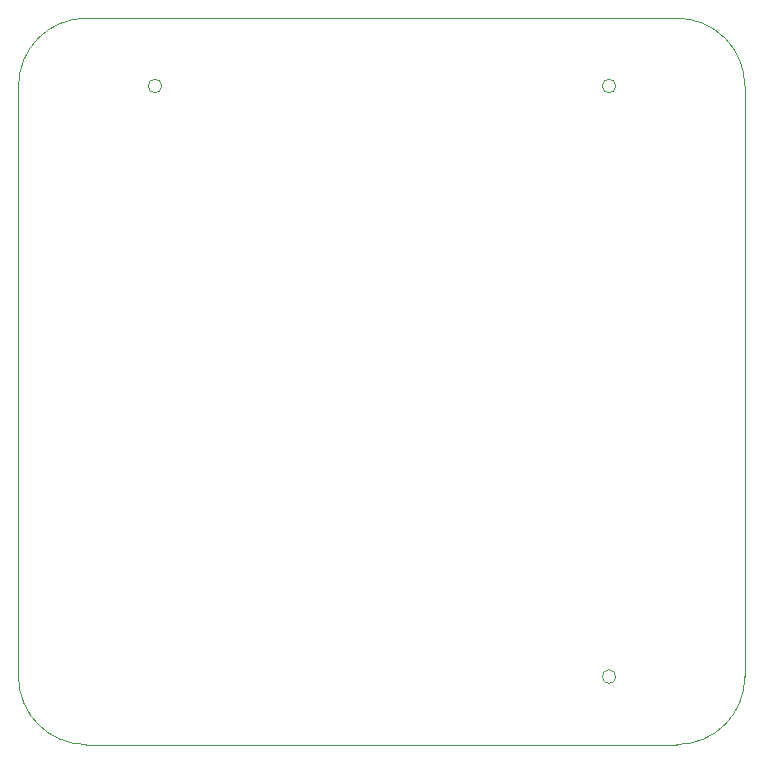
<source format=gbr>
%TF.GenerationSoftware,KiCad,Pcbnew,(5.1.8)-1*%
%TF.CreationDate,2020-12-14T19:22:24+01:00*%
%TF.ProjectId,STM32_Dev_Board,53544d33-325f-4446-9576-5f426f617264,rev?*%
%TF.SameCoordinates,Original*%
%TF.FileFunction,Profile,NP*%
%FSLAX46Y46*%
G04 Gerber Fmt 4.6, Leading zero omitted, Abs format (unit mm)*
G04 Created by KiCad (PCBNEW (5.1.8)-1) date 2020-12-14 19:22:24*
%MOMM*%
%LPD*%
G01*
G04 APERTURE LIST*
%TA.AperFunction,Profile*%
%ADD10C,0.050000*%
%TD*%
G04 APERTURE END LIST*
D10*
X100576000Y-105750000D02*
G75*
G03*
X100576000Y-105750000I-576000J0D01*
G01*
X100576000Y-55750000D02*
G75*
G03*
X100576000Y-55750000I-576000J0D01*
G01*
X62126000Y-55750000D02*
G75*
G03*
X62126000Y-55750000I-576000J0D01*
G01*
X50000000Y-55750000D02*
G75*
G02*
X55750000Y-50000000I5750000J0D01*
G01*
X55750000Y-111500000D02*
G75*
G02*
X50000000Y-105750000I0J5750000D01*
G01*
X111500000Y-105750000D02*
G75*
G02*
X105750000Y-111500000I-5750000J0D01*
G01*
X105750000Y-50000000D02*
G75*
G02*
X111500000Y-55750000I0J-5750000D01*
G01*
X50000000Y-105750000D02*
X50000000Y-55750000D01*
X105750000Y-111500000D02*
X55750000Y-111500000D01*
X111500000Y-55750000D02*
X111500000Y-105750000D01*
X55750000Y-50000000D02*
X105750000Y-50000000D01*
M02*

</source>
